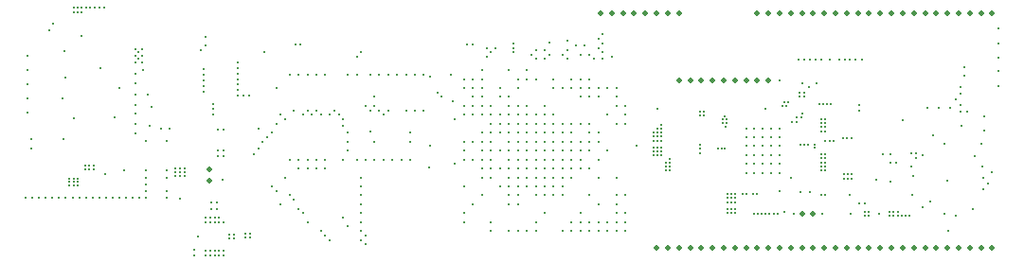
<source format=gbr>
%TF.GenerationSoftware,KiCad,Pcbnew,(6.0.2)*%
%TF.CreationDate,2022-03-22T23:14:39+08:00*%
%TF.ProjectId,som,736f6d2e-6b69-4636-9164-5f7063625858,V0R1*%
%TF.SameCoordinates,Original*%
%TF.FileFunction,Plated,1,4,PTH,Drill*%
%TF.FilePolarity,Positive*%
%FSLAX46Y46*%
G04 Gerber Fmt 4.6, Leading zero omitted, Abs format (unit mm)*
G04 Created by KiCad (PCBNEW (6.0.2)) date 2022-03-22 23:14:39*
%MOMM*%
%LPD*%
G01*
G04 APERTURE LIST*
%TA.AperFunction,ViaDrill*%
%ADD10C,0.200000*%
%TD*%
%TA.AperFunction,ViaDrill*%
%ADD11C,0.300000*%
%TD*%
%TA.AperFunction,ComponentDrill*%
%ADD12C,0.300000*%
%TD*%
%TA.AperFunction,ComponentDrill*%
%ADD13C,0.500000*%
%TD*%
G04 APERTURE END LIST*
D10*
X600000Y-17500000D03*
X800000Y-4800000D03*
X800000Y-6100000D03*
X800000Y-7400000D03*
X800000Y-8600000D03*
X800000Y-9900000D03*
X1100000Y-12300000D03*
X1100000Y-13100000D03*
X1200000Y-17500000D03*
X1800000Y-17500000D03*
X2400000Y-17500000D03*
X2700000Y-2500000D03*
X3000000Y-17500000D03*
X3100000Y-1900000D03*
X3600000Y-17500000D03*
X3900000Y-8600000D03*
X4000000Y-12300000D03*
X4100000Y-4400000D03*
X4200000Y-6800000D03*
X4200000Y-17500000D03*
X4500000Y-15800000D03*
X4500000Y-16100000D03*
X4500000Y-16400000D03*
X4800000Y-17500000D03*
X4900000Y-500000D03*
X4900000Y-900000D03*
X4900000Y-10400000D03*
X4900000Y-15800000D03*
X4900000Y-16100000D03*
X4900000Y-16400000D03*
X5250000Y-500000D03*
X5250000Y-900000D03*
X5300000Y-15800000D03*
X5300000Y-16100000D03*
X5300000Y-16400000D03*
X5400000Y-17500000D03*
X5600000Y-500000D03*
X5600000Y-900000D03*
X5600000Y-3000000D03*
X5900000Y-14600000D03*
X5900000Y-15000000D03*
X6000000Y-500000D03*
X6000000Y-17500000D03*
X6300000Y-14600000D03*
X6300000Y-15000000D03*
X6400000Y-500000D03*
X6600000Y-17500000D03*
X6700000Y-14600000D03*
X6700000Y-15000000D03*
X6800000Y-500000D03*
X7200000Y-500000D03*
X7200000Y-17500000D03*
X7300000Y-5900000D03*
X7600000Y-500000D03*
X7700000Y-15400000D03*
X7800000Y-17500000D03*
X8400000Y-17500000D03*
X8600000Y-10300000D03*
X9000000Y-7700000D03*
X9000000Y-17500000D03*
X9400000Y-15100000D03*
X9600000Y-17500000D03*
X10200000Y-17500000D03*
X10400000Y-4200000D03*
X10400000Y-4800000D03*
X10400000Y-5400000D03*
X10400000Y-6400000D03*
X10400000Y-7300000D03*
X10400000Y-8300000D03*
X10400000Y-9200000D03*
X10400000Y-10000000D03*
X10400000Y-10900000D03*
X10400000Y-11800000D03*
X10700000Y-4500000D03*
X10700000Y-5100000D03*
X10800000Y-17500000D03*
X11000000Y-4200000D03*
X11000000Y-4800000D03*
X11000000Y-5400000D03*
X11100000Y-6100000D03*
X11400000Y-12400000D03*
X11400000Y-15100000D03*
X11400000Y-15700000D03*
X11400000Y-16300000D03*
X11400000Y-16900000D03*
X11400000Y-17500000D03*
X11500000Y-8300000D03*
X11700000Y-11100000D03*
X11900000Y-9400000D03*
X12700000Y-11300000D03*
X13200000Y-12400000D03*
X13200000Y-15100000D03*
X13200000Y-15700000D03*
X13200000Y-16900000D03*
X13200000Y-17500000D03*
X13500000Y-11300000D03*
X14000000Y-14900000D03*
X14000000Y-15250000D03*
X14000000Y-15600000D03*
X14400000Y-14900000D03*
X14400000Y-15250000D03*
X14400000Y-15600000D03*
X14800000Y-14900000D03*
X14800000Y-15250000D03*
X14800000Y-15600000D03*
X15700000Y-22200000D03*
X15700000Y-22700000D03*
X16300000Y-4300000D03*
X16500000Y-6000000D03*
X16500000Y-6500000D03*
X16500000Y-7000000D03*
X16500000Y-7500000D03*
X16500000Y-8000000D03*
X16650000Y-3150000D03*
X16700000Y-3900000D03*
X16700000Y-19300000D03*
X16700000Y-19700000D03*
X16700000Y-22250000D03*
X16700000Y-22650000D03*
X17100000Y-19300000D03*
X17100000Y-19700000D03*
X17100000Y-22250000D03*
X17100000Y-22650000D03*
X17200000Y-17900000D03*
X17200000Y-18500000D03*
X17400000Y-9100000D03*
X17400000Y-9600000D03*
X17400000Y-10100000D03*
X17500000Y-19300000D03*
X17500000Y-19700000D03*
X17500000Y-22250000D03*
X17500000Y-22650000D03*
X17700000Y-17900000D03*
X17700000Y-18500000D03*
X17800000Y-11400000D03*
X17800000Y-13300000D03*
X17800000Y-13800000D03*
X17900000Y-19300000D03*
X17900000Y-19700000D03*
X17900000Y-22250000D03*
X17900000Y-22650000D03*
X18200000Y-15900000D03*
X18300000Y-11400000D03*
X18300000Y-13300000D03*
X18300000Y-13800000D03*
X18300000Y-19700000D03*
X18300000Y-22250000D03*
X18300000Y-22650000D03*
X18800000Y-20800000D03*
X18800000Y-21200000D03*
X19200000Y-20800000D03*
X19200000Y-21200000D03*
X19600000Y-5400000D03*
X19600000Y-5900000D03*
X19600000Y-6400000D03*
X19600000Y-6900000D03*
X19600000Y-7400000D03*
X19600000Y-7900000D03*
X19600000Y-8400000D03*
X20100000Y-8400000D03*
X20250000Y-20700000D03*
X20250000Y-21100000D03*
X20600000Y-8400000D03*
X20650000Y-20700000D03*
X20650000Y-21100000D03*
X21000000Y-13600000D03*
X21400000Y-11300000D03*
X21400000Y-13100000D03*
X21800000Y-12500000D03*
X21900000Y-4500000D03*
X22200000Y-12100000D03*
X22600000Y-11700000D03*
X22600000Y-16500000D03*
X23000000Y-7700000D03*
X23000000Y-10900000D03*
X23000000Y-16900000D03*
X23400000Y-10100000D03*
X23400000Y-18100000D03*
X23800000Y-10500000D03*
X23800000Y-15700000D03*
X24200000Y-6500000D03*
X24200000Y-14100000D03*
X24200000Y-17300000D03*
X24600000Y-9700000D03*
X24600000Y-17700000D03*
X24700000Y-3800000D03*
X25000000Y-6500000D03*
X25000000Y-14100000D03*
X25000000Y-14900000D03*
X25000000Y-18500000D03*
X25200000Y-3800000D03*
X25400000Y-10100000D03*
X25400000Y-18900000D03*
X25800000Y-6500000D03*
X25800000Y-9700000D03*
X25800000Y-14100000D03*
X25800000Y-14900000D03*
X25800000Y-19700000D03*
X26200000Y-10100000D03*
X26600000Y-6500000D03*
X26600000Y-9700000D03*
X26600000Y-14100000D03*
X26600000Y-14900000D03*
X27000000Y-10100000D03*
X27000000Y-20500000D03*
X27400000Y-6500000D03*
X27400000Y-14100000D03*
X27400000Y-14900000D03*
X27400000Y-20900000D03*
X27800000Y-10100000D03*
X27800000Y-21300000D03*
X28200000Y-9700000D03*
X28600000Y-10100000D03*
X29000000Y-10500000D03*
X29000000Y-11100000D03*
X29000000Y-14100000D03*
X29000000Y-19300000D03*
X29400000Y-6500000D03*
X29400000Y-11700000D03*
X29400000Y-12500000D03*
X29400000Y-13300000D03*
X29400000Y-20100000D03*
X30200000Y-4900000D03*
X30200000Y-6500000D03*
X30200000Y-14100000D03*
X30600000Y-4500000D03*
X30600000Y-15700000D03*
X30600000Y-16500000D03*
X30600000Y-17300000D03*
X30600000Y-18100000D03*
X30600000Y-18900000D03*
X30600000Y-19700000D03*
X30600000Y-20500000D03*
X30600000Y-21300000D03*
X31000000Y-9300000D03*
X31000000Y-14100000D03*
X31000000Y-20900000D03*
X31000000Y-21700000D03*
X31400000Y-6500000D03*
X31400000Y-9700000D03*
X31400000Y-11600000D03*
X31800000Y-8500000D03*
X31800000Y-9300000D03*
X31800000Y-12500000D03*
X31800000Y-14100000D03*
X32200000Y-6500000D03*
X32200000Y-9700000D03*
X32600000Y-10100000D03*
X32600000Y-14100000D03*
X33000000Y-6500000D03*
X33000000Y-9700000D03*
X33400000Y-14100000D03*
X33800000Y-6500000D03*
X34200000Y-14100000D03*
X34600000Y-6500000D03*
X34600000Y-9700000D03*
X35000000Y-11700000D03*
X35000000Y-12500000D03*
X35000000Y-14100000D03*
X35400000Y-6500000D03*
X35400000Y-9700000D03*
X36200000Y-6500000D03*
X36200000Y-9700000D03*
X36700000Y-14800000D03*
X36800000Y-6700000D03*
X36800000Y-12900000D03*
X37400000Y-8100000D03*
X37800000Y-8500000D03*
X38600000Y-6500000D03*
X38800000Y-8900000D03*
X39000000Y-10500000D03*
X39000000Y-14500000D03*
X39800000Y-6900000D03*
X39800000Y-7700000D03*
X39800000Y-9300000D03*
X39800000Y-10100000D03*
X39800000Y-12500000D03*
X39800000Y-13300000D03*
X39800000Y-14100000D03*
X39800000Y-16500000D03*
X39800000Y-18900000D03*
X39800000Y-19700000D03*
X40100000Y-3800000D03*
X40600000Y-3800000D03*
X40600000Y-6900000D03*
X40600000Y-7700000D03*
X40600000Y-8500000D03*
X40600000Y-9300000D03*
X40600000Y-10100000D03*
X40600000Y-12500000D03*
X40600000Y-14100000D03*
X40600000Y-18100000D03*
X41400000Y-6100000D03*
X41400000Y-6900000D03*
X41400000Y-7700000D03*
X41400000Y-8500000D03*
X41400000Y-9300000D03*
X41400000Y-10100000D03*
X41400000Y-11700000D03*
X41400000Y-12500000D03*
X41400000Y-13300000D03*
X41400000Y-14100000D03*
X41400000Y-14900000D03*
X41400000Y-15700000D03*
X41400000Y-17300000D03*
X41800000Y-4100000D03*
X41800000Y-4900000D03*
X42200000Y-4500000D03*
X42200000Y-9300000D03*
X42200000Y-10100000D03*
X42200000Y-10900000D03*
X42200000Y-11700000D03*
X42200000Y-12500000D03*
X42200000Y-13300000D03*
X42200000Y-14100000D03*
X42200000Y-14900000D03*
X42200000Y-15700000D03*
X42200000Y-19700000D03*
X42200000Y-20500000D03*
X42600000Y-4100000D03*
X43000000Y-7700000D03*
X43000000Y-8500000D03*
X43000000Y-10100000D03*
X43000000Y-10900000D03*
X43000000Y-11700000D03*
X43000000Y-13300000D03*
X43000000Y-14900000D03*
X43000000Y-16500000D03*
X43800000Y-6100000D03*
X43800000Y-8500000D03*
X43800000Y-9300000D03*
X43800000Y-10100000D03*
X43800000Y-10900000D03*
X43800000Y-11700000D03*
X43800000Y-12500000D03*
X43800000Y-13300000D03*
X43800000Y-14100000D03*
X43800000Y-14900000D03*
X43800000Y-15700000D03*
X43800000Y-16500000D03*
X43800000Y-17300000D03*
X43800000Y-18100000D03*
X43800000Y-20500000D03*
X44200000Y-3700000D03*
X44200000Y-4100000D03*
X44200000Y-4500000D03*
X44600000Y-6900000D03*
X44600000Y-7700000D03*
X44600000Y-9300000D03*
X44600000Y-10100000D03*
X44600000Y-10900000D03*
X44600000Y-11700000D03*
X44600000Y-12500000D03*
X44600000Y-13300000D03*
X44600000Y-14100000D03*
X44600000Y-14900000D03*
X44600000Y-15700000D03*
X44600000Y-16500000D03*
X44600000Y-17300000D03*
X44600000Y-18100000D03*
X44600000Y-20500000D03*
X45400000Y-6100000D03*
X45400000Y-6900000D03*
X45400000Y-9300000D03*
X45400000Y-10100000D03*
X45400000Y-10900000D03*
X45400000Y-11700000D03*
X45400000Y-12500000D03*
X45400000Y-13300000D03*
X45400000Y-14100000D03*
X45400000Y-14900000D03*
X45400000Y-15700000D03*
X45400000Y-16500000D03*
X45400000Y-20500000D03*
X45800000Y-4700000D03*
X46200000Y-4300000D03*
X46200000Y-5100000D03*
X46200000Y-6900000D03*
X46200000Y-10100000D03*
X46200000Y-10900000D03*
X46200000Y-11700000D03*
X46200000Y-12500000D03*
X46200000Y-13300000D03*
X46200000Y-14100000D03*
X46200000Y-14900000D03*
X46200000Y-15700000D03*
X46200000Y-16500000D03*
X46200000Y-17300000D03*
X46200000Y-19700000D03*
X46200000Y-20500000D03*
X47000000Y-4300000D03*
X47000000Y-5100000D03*
X47000000Y-9300000D03*
X47000000Y-10100000D03*
X47000000Y-10900000D03*
X47000000Y-11700000D03*
X47000000Y-12500000D03*
X47000000Y-13300000D03*
X47000000Y-14100000D03*
X47000000Y-14900000D03*
X47000000Y-15700000D03*
X47000000Y-16500000D03*
X47000000Y-17300000D03*
X47000000Y-18900000D03*
X47400000Y-3600000D03*
X47400000Y-4700000D03*
X47800000Y-6900000D03*
X47800000Y-7700000D03*
X47800000Y-10100000D03*
X47800000Y-10900000D03*
X47800000Y-11700000D03*
X47800000Y-12500000D03*
X47800000Y-13300000D03*
X47800000Y-14100000D03*
X47800000Y-14900000D03*
X47800000Y-15700000D03*
X47800000Y-16500000D03*
X47800000Y-17300000D03*
X48600000Y-4700000D03*
X48600000Y-7700000D03*
X48600000Y-10900000D03*
X48600000Y-11700000D03*
X48600000Y-12500000D03*
X48600000Y-13300000D03*
X48600000Y-14100000D03*
X48600000Y-14900000D03*
X48600000Y-15700000D03*
X48600000Y-16500000D03*
X48600000Y-17300000D03*
X48600000Y-20500000D03*
X49000000Y-3500000D03*
X49000000Y-4300000D03*
X49000000Y-5100000D03*
X49400000Y-6900000D03*
X49400000Y-7700000D03*
X49400000Y-10900000D03*
X49400000Y-11700000D03*
X49400000Y-12500000D03*
X49400000Y-13300000D03*
X49400000Y-14100000D03*
X49400000Y-14900000D03*
X49400000Y-15700000D03*
X49400000Y-19700000D03*
X49400000Y-20500000D03*
X49800000Y-3900000D03*
X50200000Y-4700000D03*
X50200000Y-6900000D03*
X50200000Y-7700000D03*
X50200000Y-8500000D03*
X50200000Y-10900000D03*
X50200000Y-12500000D03*
X50200000Y-13300000D03*
X50200000Y-14100000D03*
X50200000Y-14900000D03*
X50200000Y-18900000D03*
X50200000Y-19700000D03*
X50200000Y-20500000D03*
X50600000Y-3900000D03*
X51000000Y-4700000D03*
X51000000Y-6900000D03*
X51000000Y-7700000D03*
X51000000Y-8500000D03*
X51000000Y-10900000D03*
X51000000Y-11700000D03*
X51000000Y-12500000D03*
X51000000Y-13300000D03*
X51000000Y-14900000D03*
X51000000Y-17300000D03*
X51000000Y-19700000D03*
X51000000Y-20500000D03*
X51400000Y-5100000D03*
X51800000Y-3300000D03*
X51800000Y-4100000D03*
X51800000Y-7700000D03*
X51800000Y-8500000D03*
X51800000Y-11700000D03*
X51800000Y-12500000D03*
X51800000Y-14100000D03*
X51800000Y-15700000D03*
X51800000Y-18100000D03*
X51800000Y-19700000D03*
X51800000Y-20500000D03*
X52200000Y-2900000D03*
X52200000Y-3700000D03*
X52200000Y-4500000D03*
X52200000Y-5100000D03*
X52600000Y-7700000D03*
X52600000Y-10100000D03*
X52600000Y-13300000D03*
X52600000Y-19700000D03*
X52600000Y-20500000D03*
X53000000Y-4900000D03*
X53400000Y-7700000D03*
X53400000Y-8500000D03*
X53400000Y-9300000D03*
X53400000Y-10900000D03*
X53400000Y-15700000D03*
X53400000Y-17300000D03*
X53400000Y-18100000D03*
X53400000Y-18900000D03*
X53400000Y-19700000D03*
X53400000Y-20500000D03*
X54200000Y-9300000D03*
X54200000Y-10100000D03*
X54200000Y-10900000D03*
X54200000Y-17300000D03*
X54200000Y-18900000D03*
X54200000Y-19700000D03*
X54200000Y-20500000D03*
X55200000Y-12900000D03*
X56750000Y-11700000D03*
X56750000Y-12050000D03*
X56750000Y-12400000D03*
X56750000Y-13050000D03*
X56750000Y-13400000D03*
X56750000Y-13750000D03*
X57100000Y-9600000D03*
X57100000Y-11350000D03*
X57100000Y-11700000D03*
X57100000Y-12050000D03*
X57100000Y-12400000D03*
X57100000Y-13050000D03*
X57100000Y-13400000D03*
X57100000Y-13750000D03*
X57450000Y-11000000D03*
X57450000Y-11350000D03*
X57450000Y-11700000D03*
X57450000Y-12050000D03*
X57450000Y-12400000D03*
X57450000Y-13050000D03*
X57450000Y-13400000D03*
X57450000Y-13750000D03*
X57850000Y-14400000D03*
X57850000Y-14750000D03*
X57850000Y-15100000D03*
X58200000Y-14050000D03*
X58200000Y-14400000D03*
X58200000Y-14750000D03*
X58200000Y-15100000D03*
X60900000Y-9800000D03*
X60900000Y-10150000D03*
X60900000Y-12800000D03*
X60900000Y-13150000D03*
X60900000Y-13500000D03*
X61250000Y-9800000D03*
X61250000Y-10150000D03*
X62500000Y-13150000D03*
X62800000Y-13150000D03*
X62900000Y-10500000D03*
X62900000Y-10850000D03*
X63100000Y-10200000D03*
X63100000Y-13150000D03*
X63200000Y-11200000D03*
X63250000Y-10500000D03*
X63250000Y-10850000D03*
X63350000Y-17200000D03*
X63350000Y-17550000D03*
X63350000Y-17900000D03*
X63350000Y-18550000D03*
X63350000Y-18900000D03*
X63700000Y-17200000D03*
X63700000Y-17550000D03*
X63700000Y-17900000D03*
X63700000Y-18550000D03*
X63700000Y-18900000D03*
X64050000Y-17200000D03*
X64050000Y-17550000D03*
X64050000Y-17900000D03*
X64050000Y-18550000D03*
X64050000Y-18900000D03*
X64700000Y-17200000D03*
X65000000Y-17200000D03*
X65650000Y-17200000D03*
X65700000Y-19000000D03*
X65950000Y-17200000D03*
X66050000Y-19000000D03*
X66400000Y-19000000D03*
X66750000Y-9600000D03*
X66750000Y-19000000D03*
X67100000Y-19000000D03*
X67450000Y-19000000D03*
X67800000Y-19000000D03*
X68000000Y-16950000D03*
X68250000Y-9300000D03*
X68400000Y-18800000D03*
X68450000Y-9000000D03*
X68600000Y-9300000D03*
X68800000Y-9000000D03*
X69000000Y-15700000D03*
X69100000Y-10750000D03*
X69500000Y-10750000D03*
X69550000Y-10350000D03*
X69700000Y-5150000D03*
X69800000Y-8100000D03*
X69800000Y-8450000D03*
X69900000Y-12750000D03*
X69900000Y-17000000D03*
X69950000Y-10350000D03*
X70000000Y-7300000D03*
X70000000Y-9950000D03*
X70200000Y-5150000D03*
X70200000Y-8100000D03*
X70200000Y-8450000D03*
X70200000Y-12750000D03*
X70500000Y-12750000D03*
X70600000Y-7600000D03*
X70700000Y-5150000D03*
X70700000Y-17000000D03*
X71150000Y-12750000D03*
X71150000Y-13050000D03*
X71200000Y-5150000D03*
X71300000Y-7300000D03*
X71550000Y-9100000D03*
X71700000Y-5150000D03*
X71700000Y-17300000D03*
X71750000Y-10500000D03*
X71750000Y-10850000D03*
X71750000Y-11200000D03*
X71750000Y-11550000D03*
X71750000Y-13650000D03*
X71750000Y-14000000D03*
X71750000Y-14350000D03*
X71750000Y-14700000D03*
X71750000Y-15050000D03*
X71900000Y-9100000D03*
X72100000Y-10500000D03*
X72100000Y-10850000D03*
X72100000Y-11200000D03*
X72100000Y-11550000D03*
X72100000Y-12400000D03*
X72100000Y-13650000D03*
X72100000Y-14000000D03*
X72100000Y-14350000D03*
X72100000Y-14700000D03*
X72100000Y-15050000D03*
X72100000Y-17300000D03*
X72250000Y-9100000D03*
X72450000Y-12400000D03*
X72500000Y-5150000D03*
X72600000Y-9100000D03*
X72800000Y-12400000D03*
X73300000Y-5150000D03*
X73700000Y-12200000D03*
X73750000Y-15400000D03*
X73750000Y-15800000D03*
X73800000Y-5150000D03*
X74050000Y-12200000D03*
X74100000Y-15400000D03*
X74100000Y-15800000D03*
X74300000Y-5150000D03*
X74300000Y-17300000D03*
X74400000Y-12200000D03*
X74450000Y-15400000D03*
X74450000Y-15800000D03*
X74800000Y-5150000D03*
X75100000Y-9200000D03*
X75100000Y-9700000D03*
X75100000Y-18000000D03*
X75400000Y-5150000D03*
X75600000Y-18000000D03*
X75600000Y-18750000D03*
X75600000Y-19100000D03*
X75950000Y-18750000D03*
X75950000Y-19100000D03*
X76600000Y-15900000D03*
X77200000Y-13600000D03*
X77850000Y-18750000D03*
X77850000Y-19100000D03*
X77900000Y-13600000D03*
X77900000Y-14400000D03*
X77900000Y-16100000D03*
X78200000Y-18750000D03*
X78200000Y-19100000D03*
X78400000Y-14400000D03*
X78550000Y-18750000D03*
X78550000Y-19100000D03*
X78900000Y-19100000D03*
X79000000Y-10600000D03*
X79250000Y-19100000D03*
X79600000Y-19100000D03*
X79800000Y-13550000D03*
X79800000Y-14750000D03*
X79850000Y-17250000D03*
X79900000Y-15600000D03*
X80200000Y-13550000D03*
X80200000Y-13950000D03*
X80800000Y-13700000D03*
X80800000Y-18400000D03*
X81250000Y-9500000D03*
X81500000Y-17850000D03*
X81750000Y-11900000D03*
X82250000Y-9500000D03*
X82750000Y-12700000D03*
X82750000Y-19000000D03*
X83000000Y-16000000D03*
X83100000Y-20500000D03*
X83250000Y-9500000D03*
X83750000Y-8700000D03*
X83750000Y-19100000D03*
X84200000Y-7600000D03*
X84200000Y-8200000D03*
X84200000Y-9200000D03*
X84200000Y-9800000D03*
X84250000Y-11100000D03*
X84500000Y-5800000D03*
X84500000Y-6600000D03*
X84750000Y-9800000D03*
X85300000Y-18550000D03*
X85400000Y-13800000D03*
X86000000Y-12700000D03*
X86150000Y-14750000D03*
X86200000Y-15750000D03*
X86200000Y-16750000D03*
X86300000Y-10200000D03*
X86300000Y-11500000D03*
X86600000Y-16250000D03*
X87000000Y-15250000D03*
X87600000Y-2400000D03*
X87600000Y-3700000D03*
X87600000Y-5000000D03*
X87600000Y-6200000D03*
X87600000Y-7500000D03*
D11*
X16000000Y-21000000D03*
X68000000Y-7000000D03*
D12*
%TO.C,AE2*%
X14400000Y-17600000D03*
%TO.C,U7*%
X65000000Y-11300000D03*
X65000000Y-12100000D03*
X65000000Y-12900000D03*
X65000000Y-13700000D03*
X65000000Y-14500000D03*
X65000000Y-15300000D03*
X65750000Y-11300000D03*
X65750000Y-12100000D03*
X65750000Y-12900000D03*
X65750000Y-13700000D03*
X65750000Y-14500000D03*
X65750000Y-15300000D03*
X66500000Y-11300000D03*
X66500000Y-12100000D03*
X66500000Y-12900000D03*
X66500000Y-13700000D03*
X66500000Y-14500000D03*
X66500000Y-15300000D03*
X67250000Y-11300000D03*
X67250000Y-12100000D03*
X67250000Y-12900000D03*
X67250000Y-13700000D03*
X67250000Y-14500000D03*
X67250000Y-15300000D03*
X68000000Y-11300000D03*
X68000000Y-12100000D03*
X68000000Y-12900000D03*
X68000000Y-13700000D03*
X68000000Y-14500000D03*
X68000000Y-15300000D03*
%TO.C,TP1*%
X69290000Y-19000000D03*
X71830000Y-19000000D03*
X74370000Y-19000000D03*
X76910000Y-19000000D03*
D13*
%TO.C,J3*%
X17000000Y-15000000D03*
X17000000Y-16000000D03*
%TO.C,J2*%
X52000000Y-1000000D03*
X53000000Y-1000000D03*
X54000000Y-1000000D03*
X55000000Y-1000000D03*
X56000000Y-1000000D03*
X57000000Y-1000000D03*
%TO.C,J4*%
X57000000Y-22000000D03*
%TO.C,J2*%
X58000000Y-1000000D03*
%TO.C,J4*%
X58000000Y-22000000D03*
%TO.C,J2*%
X59000000Y-1000000D03*
%TO.C,J6*%
X59000000Y-7000000D03*
%TO.C,J4*%
X59000000Y-22000000D03*
%TO.C,J6*%
X60000000Y-7000000D03*
%TO.C,J4*%
X60000000Y-22000000D03*
%TO.C,J6*%
X61000000Y-7000000D03*
%TO.C,J4*%
X61000000Y-22000000D03*
%TO.C,J6*%
X62000000Y-7000000D03*
%TO.C,J4*%
X62000000Y-22000000D03*
%TO.C,J6*%
X63000000Y-7000000D03*
%TO.C,J4*%
X63000000Y-22000000D03*
%TO.C,J6*%
X64000000Y-7000000D03*
%TO.C,J4*%
X64000000Y-22000000D03*
%TO.C,J6*%
X65000000Y-7000000D03*
%TO.C,J4*%
X65000000Y-22000000D03*
%TO.C,J5*%
X66000000Y-1000000D03*
%TO.C,J6*%
X66000000Y-7000000D03*
%TO.C,J4*%
X66000000Y-22000000D03*
%TO.C,J5*%
X67000000Y-1000000D03*
%TO.C,J6*%
X67000000Y-7000000D03*
%TO.C,J4*%
X67000000Y-22000000D03*
%TO.C,J5*%
X68000000Y-1000000D03*
%TO.C,J4*%
X68000000Y-22000000D03*
%TO.C,J5*%
X69000000Y-1000000D03*
%TO.C,J4*%
X69000000Y-22000000D03*
%TO.C,J5*%
X70000000Y-1000000D03*
%TO.C,J7*%
X70000000Y-19000000D03*
%TO.C,J4*%
X70000000Y-22000000D03*
%TO.C,J5*%
X71000000Y-1000000D03*
%TO.C,J7*%
X71000000Y-19000000D03*
%TO.C,J4*%
X71000000Y-22000000D03*
%TO.C,J5*%
X72000000Y-1000000D03*
%TO.C,J4*%
X72000000Y-22000000D03*
%TO.C,J5*%
X73000000Y-1000000D03*
%TO.C,J4*%
X73000000Y-22000000D03*
%TO.C,J5*%
X74000000Y-1000000D03*
%TO.C,J4*%
X74000000Y-22000000D03*
%TO.C,J5*%
X75000000Y-1000000D03*
%TO.C,J4*%
X75000000Y-22000000D03*
%TO.C,J5*%
X76000000Y-1000000D03*
%TO.C,J4*%
X76000000Y-22000000D03*
%TO.C,J5*%
X77000000Y-1000000D03*
%TO.C,J4*%
X77000000Y-22000000D03*
%TO.C,J5*%
X78000000Y-1000000D03*
%TO.C,J4*%
X78000000Y-22000000D03*
%TO.C,J5*%
X79000000Y-1000000D03*
%TO.C,J4*%
X79000000Y-22000000D03*
%TO.C,J5*%
X80000000Y-1000000D03*
%TO.C,J4*%
X80000000Y-22000000D03*
%TO.C,J5*%
X81000000Y-1000000D03*
%TO.C,J4*%
X81000000Y-22000000D03*
%TO.C,J5*%
X82000000Y-1000000D03*
%TO.C,J4*%
X82000000Y-22000000D03*
%TO.C,J5*%
X83000000Y-1000000D03*
%TO.C,J4*%
X83000000Y-22000000D03*
%TO.C,J5*%
X84000000Y-1000000D03*
%TO.C,J4*%
X84000000Y-22000000D03*
%TO.C,J5*%
X85000000Y-1000000D03*
%TO.C,J4*%
X85000000Y-22000000D03*
%TO.C,J5*%
X86000000Y-1000000D03*
%TO.C,J4*%
X86000000Y-22000000D03*
%TO.C,J5*%
X87000000Y-1000000D03*
%TO.C,J4*%
X87000000Y-22000000D03*
M02*

</source>
